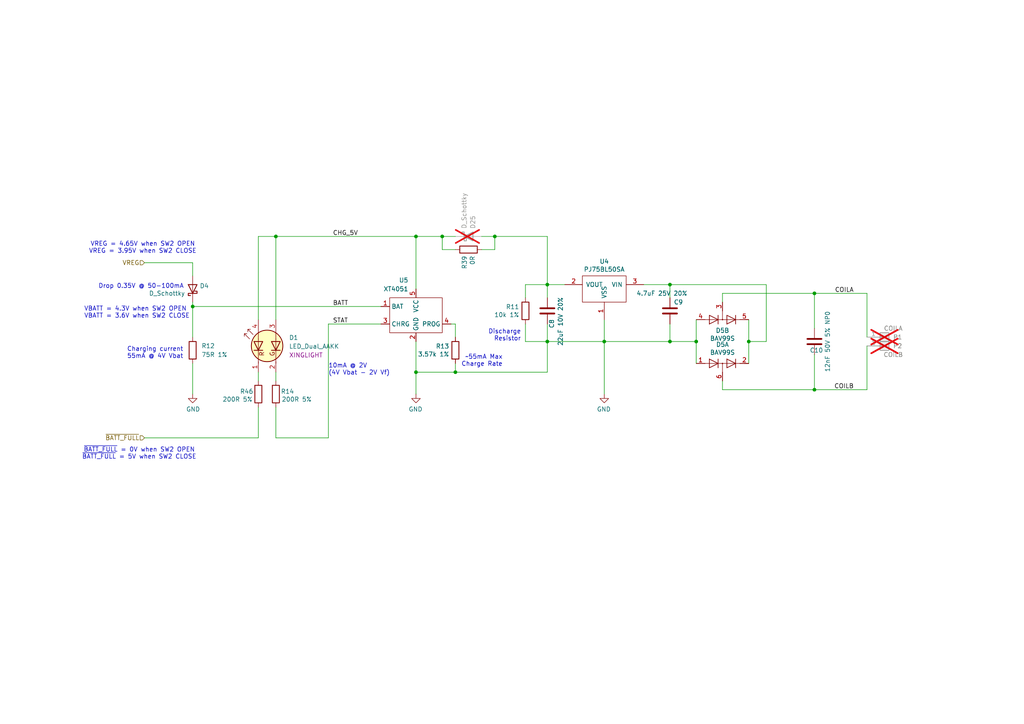
<source format=kicad_sch>
(kicad_sch (version 20250114) (generator "eeschema") (generator_version "9.0")
  (paper "A4")
  (lib_symbols
    (symbol "Connector_Generic:Conn_01x01" (pin_names (offset 1.016) (hide yes))
      (property "Reference" "J" (at 0 2.54 0))
      (property "Value" "Conn_01x01" (at 0 -2.54 0))
      (symbol "Conn_01x01_1_1"
        (rectangle (start -1.27 1.27) (end 1.27 -1.27) (stroke (width 0.254)) (fill (type background)))
        (rectangle (start -1.27 0.127) (end 0 -0.127) (stroke (width 0.1524)))
        (pin passive line (at -5.08 0 0) (length 3.81) (name "Pin_1") (number "1"))
      )
    )
    (symbol "Device:C" (pin_numbers (hide yes)) (pin_names (offset 0.254))
      (property "Reference" "C" (at 0.635 2.54 0))
      (property "Value" "C" (at 0.635 -2.54 0))
      (symbol "C_0_1"
        (polyline (pts (xy -2.032 0.762) (xy 2.032 0.762)) (stroke (width 0.508)))
        (polyline (pts (xy -2.032 -0.762) (xy 2.032 -0.762)) (stroke (width 0.508)))
      )
      (symbol "C_1_1"
        (pin passive line (at 0 3.81 270) (length 2.794) (name "~") (number "1"))
        (pin passive line (at 0 -3.81 90) (length 2.794) (name "~") (number "2"))
      )
    )
    (symbol "Device:D_Schottky" (pin_numbers (hide yes)) (pin_names (offset 1.016) (hide yes))
      (property "Reference" "D" (at 0 2.54 0))
      (property "Value" "D_Schottky" (at 0 -2.54 0))
      (symbol "D_Schottky_0_1"
        (polyline (pts (xy -1.905 0.635) (xy -1.905 1.27) (xy -1.27 1.27) (xy -1.27 -1.27) (xy -0.635 -1.27) (xy -0.635 -0.635)) (stroke (width 0.254)))
        (polyline (pts (xy 1.27 1.27) (xy 1.27 -1.27) (xy -1.27 0) (xy 1.27 1.27)) (stroke (width 0.254)))
        (polyline (pts (xy 1.27 0) (xy -1.27 0)))
      )
      (symbol "D_Schottky_1_1"
        (pin passive line (at -3.81 0 0) (length 2.54) (name "K") (number "1"))
        (pin passive line (at 3.81 0 180) (length 2.54) (name "A") (number "2"))
      )
    )
    (symbol "Device:R" (pin_numbers (hide yes)) (pin_names (offset 0))
      (property "Reference" "R" (at 2.032 0 90))
      (property "Value" "R" (at 0 0 90))
      (symbol "R_0_1"
        (rectangle (start -1.016 -2.54) (end 1.016 2.54) (stroke (width 0.254)))
      )
      (symbol "R_1_1"
        (pin passive line (at 0 3.81 270) (length 1.27) (name "~") (number "1"))
        (pin passive line (at 0 -3.81 90) (length 1.27) (name "~") (number "2"))
      )
    )
    (symbol "Pixels-dice:BAV99S-diode" (pin_names (offset 0.0254) (hide yes))
      (property "Reference" "D" (at 0 2.54 0))
      (property "Value" "BAV99S-diode" (at 0 5.08 0))
      (symbol "BAV99S-diode_0_1"
        (polyline (pts (xy -5.08 0) (xy 5.08 0)))
        (polyline (pts (xy -3.81 1.27) (xy -1.27 0) (xy -3.81 -1.27) (xy -3.81 1.27) (xy -3.81 1.27) (xy -3.81 1.27)) (stroke (width 0.2032)))
        (polyline (pts (xy -1.27 -1.27) (xy -1.27 1.27) (xy -1.27 1.27)) (stroke (width 0.2032)))
        (polyline (pts (xy 0 0) (xy 0 -2.54)))
        (circle (center 0 0) (radius 0.127))
        (polyline (pts (xy 1.27 1.27) (xy 3.81 0) (xy 1.27 -1.27) (xy 1.27 1.27) (xy 1.27 1.27) (xy 1.27 1.27)) (stroke (width 0.2032)))
        (polyline (pts (xy 3.81 1.27) (xy 3.81 -1.27) (xy 3.81 -1.27)) (stroke (width 0.2032)))
      )
      (symbol "BAV99S-diode_1_1"
        (polyline (pts (xy 6.35 0) (xy 7.62 0)))
        (pin passive line (at -7.62 0 0) (length 2.54) (name "A1") (number "1"))
        (pin passive line (at 0 -5.08 90) (length 2.54) (name "K3A4") (number "6"))
        (pin passive line (at 7.62 0 180) (length 2.54) (name "K2") (number "2"))
      )
      (symbol "BAV99S-diode_2_1"
        (polyline (pts (xy 6.35 0) (xy 7.62 0)))
        (pin passive line (at -7.62 0 0) (length 2.54) (name "A3") (number "4"))
        (pin passive line (at 0 -5.08 90) (length 2.54) (name "K1A2") (number "3"))
        (pin passive line (at 7.62 0 180) (length 2.54) (name "K4") (number "5"))
      )
    )
    (symbol "Pixels-dice:HX6306P502MR" (pin_names (offset 1.016))
      (property "Reference" "U" (at 3.81 -6.35 0))
      (property "Value" "HX6306P502MR" (at 0 3.81 0))
      (symbol "HX6306P502MR_0_1"
        (rectangle (start -6.35 2.54) (end 6.35 -5.08))
      )
      (symbol "HX6306P502MR_1_1"
        (pin power_in line (at -11.43 0 0) (length 5.08) (name "VIN") (number "3"))
        (pin power_in line (at 0 -10.16 90) (length 5.08) (name "VSS") (number "1"))
        (pin power_out line (at 11.43 0 180) (length 5.08) (name "VOUT") (number "2"))
      )
    )
    (symbol "Pixels-dice:LED_Dual_AAKK" (pin_names (offset 0) (hide yes))
      (property "Reference" "D" (at 0 5.715 0))
      (property "Value" "LED_Dual_AAKK" (at 0 -6.35 0))
      (symbol "LED_Dual_AAKK_0_1"
        (polyline (pts (xy -5.08 2.54) (xy 2.032 2.54)))
        (polyline (pts (xy -5.08 -2.54) (xy 2.032 -2.54)))
        (polyline (pts (xy -1.27 3.81) (xy -1.27 1.27)) (stroke (width 0.254)))
        (polyline (pts (xy -1.27 -1.27) (xy -1.27 -3.81)) (stroke (width 0.254)))
        (circle (center 0 0) (radius 4.572) (stroke (width 0.254)) (fill (type background)))
        (polyline (pts (xy 1.27 3.81) (xy 1.27 1.27) (xy -1.27 2.54) (xy 1.27 3.81)) (stroke (width 0.254)))
        (polyline (pts (xy 1.27 -1.27) (xy 1.27 -3.81) (xy -1.27 -2.54) (xy 1.27 -1.27)) (stroke (width 0.254)))
        (polyline (pts (xy 2.032 5.08) (xy 3.556 6.604) (xy 2.794 6.604) (xy 3.556 6.604) (xy 3.556 5.842)))
        (polyline (pts (xy 3.302 4.064) (xy 4.826 5.588) (xy 4.064 5.588) (xy 4.826 5.588) (xy 4.826 4.826)))
        (polyline (pts (xy 3.81 2.54) (xy 1.905 2.54)))
        (polyline (pts (xy 3.81 -2.54) (xy 1.905 -2.54)))
      )
      (symbol "LED_Dual_AAKK_1_1"
        (text "R" (at -2.286 1.524 0) (effects (font (size 1.27 1.27))))
        (text "G" (at -2.286 -1.524 0) (effects (font (size 1.27 1.27))))
        (pin input line (at -7.62 2.54 0) (length 3.048) (name "K1") (number "1"))
        (pin input line (at -7.62 -2.54 0) (length 3.048) (name "K2") (number "2"))
        (pin input line (at 7.62 2.54 180) (length 3.81) (name "A1") (number "4"))
        (pin input line (at 7.62 -2.54 180) (length 3.81) (name "A2") (number "3"))
      )
    )
    (symbol "Pixels-dice:XT4051"
      (property "Reference" "U" (at 5.334 -6.35 0))
      (property "Value" "XT4051" (at 0 1.27 0))
      (symbol "XT4051_0_1"
        (rectangle (start -7.62 5.08) (end 7.62 -5.08))
      )
      (symbol "XT4051_1_1"
        (pin input line (at -10.16 -2.54 0) (length 2.54) (name "PROG") (number "4"))
        (pin power_in line (at 0 7.62 270) (length 2.54) (name "VCC") (number "5"))
        (pin power_in line (at 0 -7.62 90) (length 2.54) (name "GND") (number "2"))
        (pin power_out line (at 10.16 2.54 180) (length 2.54) (name "BAT") (number "1"))
        (pin output line (at 10.16 -2.54 180) (length 2.54) (name "CHRG") (number "3"))
      )
    )
    (symbol "power:GND" (power) (pin_names (offset 0))
      (property "Value" "GND" (at 0 -3.81 0))
      (symbol "GND_0_1"
        (polyline (pts (xy 0 0) (xy 0 -1.27) (xy 1.27 -1.27) (xy 0 -2.54) (xy -1.27 -1.27) (xy 0 -1.27)))
      )
      (symbol "GND_1_1"
        (pin power_in line (at 0 0 270) (length 0) (hide yes) (name "GND") (number "1"))
      )
    )
  )
  (text "10mA @ 2V\n(4V Vbat - 2V Vf)" (at 95.25 108.966 0) (effects (font (size 1.27 1.27)) (justify left bottom)))
  (text "~{BATT_FULL} = 0V when SW2 OPEN\n~{BATT_FULL} = 5V when SW2 CLOSE" (at 40.386 131.572 0) (effects (font (size 1.27 1.27))))
  (text "Discharge\nResistor" (at 151.13 99.06 0) (effects (font (size 1.27 1.27)) (justify right bottom)))
  (text "VBATT = 4.3V when SW2 OPEN\nVBATT = 3.6V when SW2 CLOSE" (at 24.384 92.456 0) (effects (font (size 1.27 1.27)) (justify left bottom)))
  (text "VREG = 4.65V when SW2 OPEN\nVREG = 3.95V when SW2 CLOSE" (at 41.402 71.882 0) (effects (font (size 1.27 1.27))))
  (text "~55mA Max\nCharge Rate" (at 145.796 106.426 0) (effects (font (size 1.27 1.27)) (justify right bottom)))
  (text "Charging current\n55mA @ 4V Vbat" (at 36.83 104.14 0) (effects (font (size 1.27 1.27)) (justify left bottom)))
  (text "Drop 0.35V @ 50-100mA" (at 53.34 83.82 0) (effects (font (size 1.27 1.27)) (justify right bottom)))
  (junction (at 143.51 68.58))
  (junction (at 217.17 99.06))
  (junction (at 128.27 68.58))
  (junction (at 236.22 85.09))
  (junction (at 120.65 107.95))
  (junction (at 158.75 82.55))
  (junction (at 132.08 107.95))
  (junction (at 236.22 113.03))
  (junction (at 120.65 68.58))
  (junction (at 80.01 68.58))
  (junction (at 55.88 88.9))
  (junction (at 194.31 82.55))
  (junction (at 158.75 99.06))
  (junction (at 175.26 99.06))
  (junction (at 194.31 99.06))
  (junction (at 201.93 99.06))
  (wire (pts (xy 236.22 113.03) (xy 209.55 113.03)))
  (wire (pts (xy 251.46 85.09) (xy 251.46 97.79)))
  (wire (pts (xy 152.4 82.55) (xy 158.75 82.55)))
  (wire (pts (xy 55.88 80.01) (xy 55.88 76.2)))
  (wire (pts (xy 201.93 99.06) (xy 201.93 105.41)))
  (wire (pts (xy 217.17 99.06) (xy 222.25 99.06)))
  (wire (pts (xy 80.01 68.58) (xy 120.65 68.58)))
  (wire (pts (xy 152.4 99.06) (xy 158.75 99.06)))
  (wire (pts (xy 132.08 68.58) (xy 128.27 68.58)))
  (wire (pts (xy 251.46 85.09) (xy 236.22 85.09)))
  (wire (pts (xy 41.91 127) (xy 74.93 127)))
  (wire (pts (xy 158.75 99.06) (xy 158.75 93.98)))
  (wire (pts (xy 128.27 68.58) (xy 120.65 68.58)))
  (wire (pts (xy 120.65 68.58) (xy 120.65 83.82)))
  (wire (pts (xy 55.88 87.63) (xy 55.88 88.9)))
  (wire (pts (xy 175.26 99.06) (xy 175.26 114.3)))
  (wire (pts (xy 194.31 99.06) (xy 201.93 99.06)))
  (wire (pts (xy 143.51 72.39) (xy 143.51 68.58)))
  (wire (pts (xy 152.4 93.98) (xy 152.4 99.06)))
  (wire (pts (xy 194.31 82.55) (xy 194.31 86.36)))
  (wire (pts (xy 194.31 99.06) (xy 175.26 99.06)))
  (wire (pts (xy 143.51 68.58) (xy 139.7 68.58)))
  (wire (pts (xy 74.93 127) (xy 74.93 118.11)))
  (wire (pts (xy 175.26 99.06) (xy 158.75 99.06)))
  (wire (pts (xy 80.01 68.58) (xy 74.93 68.58)))
  (wire (pts (xy 74.93 107.95) (xy 74.93 110.49)))
  (wire (pts (xy 236.22 95.25) (xy 236.22 85.09)))
  (wire (pts (xy 55.88 105.41) (xy 55.88 114.3)))
  (wire (pts (xy 55.88 88.9) (xy 110.49 88.9)))
  (wire (pts (xy 236.22 102.87) (xy 236.22 113.03)))
  (wire (pts (xy 194.31 82.55) (xy 222.25 82.55)))
  (wire (pts (xy 158.75 68.58) (xy 143.51 68.58)))
  (wire (pts (xy 128.27 72.39) (xy 128.27 68.58)))
  (wire (pts (xy 222.25 99.06) (xy 222.25 82.55)))
  (wire (pts (xy 132.08 107.95) (xy 120.65 107.95)))
  (wire (pts (xy 194.31 93.98) (xy 194.31 99.06)))
  (wire (pts (xy 251.46 113.03) (xy 236.22 113.03)))
  (wire (pts (xy 80.01 107.95) (xy 80.01 110.49)))
  (wire (pts (xy 74.93 68.58) (xy 74.93 92.71)))
  (wire (pts (xy 95.25 93.98) (xy 110.49 93.98)))
  (wire (pts (xy 163.83 82.55) (xy 158.75 82.55)))
  (wire (pts (xy 120.65 99.06) (xy 120.65 107.95)))
  (wire (pts (xy 251.46 113.03) (xy 251.46 100.33)))
  (wire (pts (xy 158.75 107.95) (xy 132.08 107.95)))
  (wire (pts (xy 217.17 92.71) (xy 217.17 99.06)))
  (wire (pts (xy 132.08 105.41) (xy 132.08 107.95)))
  (wire (pts (xy 175.26 92.71) (xy 175.26 99.06)))
  (wire (pts (xy 120.65 107.95) (xy 120.65 114.3)))
  (wire (pts (xy 152.4 82.55) (xy 152.4 86.36)))
  (wire (pts (xy 80.01 68.58) (xy 80.01 92.71)))
  (wire (pts (xy 217.17 99.06) (xy 217.17 105.41)))
  (wire (pts (xy 41.91 76.2) (xy 55.88 76.2)))
  (wire (pts (xy 95.25 93.98) (xy 95.25 127)))
  (wire (pts (xy 158.75 82.55) (xy 158.75 68.58)))
  (wire (pts (xy 209.55 87.63) (xy 209.55 85.09)))
  (wire (pts (xy 236.22 85.09) (xy 209.55 85.09)))
  (wire (pts (xy 158.75 82.55) (xy 158.75 86.36)))
  (wire (pts (xy 209.55 110.49) (xy 209.55 113.03)))
  (wire (pts (xy 80.01 127) (xy 80.01 118.11)))
  (wire (pts (xy 55.88 88.9) (xy 55.88 97.79)))
  (wire (pts (xy 158.75 99.06) (xy 158.75 107.95)))
  (wire (pts (xy 130.81 93.98) (xy 132.08 93.98)))
  (wire (pts (xy 132.08 72.39) (xy 128.27 72.39)))
  (wire (pts (xy 201.93 92.71) (xy 201.93 99.06)))
  (wire (pts (xy 95.25 127) (xy 80.01 127)))
  (wire (pts (xy 139.7 72.39) (xy 143.51 72.39)))
  (wire (pts (xy 194.31 82.55) (xy 186.69 82.55)))
  (wire (pts (xy 132.08 93.98) (xy 132.08 97.79)))
  (label "BATT" (at 96.52 88.9 0))
  (label "STAT" (at 96.52 93.98 0))
  (label "COILA" (at 247.65 85.09 180))
  (label "COILB" (at 247.65 113.03 180))
  (label "CHG_5V" (at 96.52 68.58 0))
  (hierarchical_label "VREG" (shape input) (at 41.91 76.2 180))
  (hierarchical_label "~{BATT_FULL}" (shape input) (at 41.91 127 180))
  (symbol (lib_id "Device:R") (at 132.08 101.6 0) (mirror y) (unit 1)
    (property "Reference" "R13" (at 130.302 100.4316 0) (effects (justify left)))
    (property "Value" "3.57k 1%" (at 130.302 102.743 0) (effects (justify left)))
    (property "Footprint" "Resistor_SMD:R_0402_1005Metric" (effects (hide yes)))
    (property "Generic OK" "YES" (effects (hide yes)))
    (property "Manufacturer" "UNI-ROYAL(Uniroyal Elec)" (effects (hide yes)))
    (property "Part Number" "0402WGF3571TCE" (effects (hide yes)))
    (instances (project "main" (path "" (reference "R13") (unit 1)) (path "" (reference "R17") (unit 1)) (path "" (reference "R25") (unit 1)) (path "" (reference "R37") (unit 1)) (path "" (reference "R21") (unit 1)) (path "" (reference "R29") (unit 1)) (path "" (reference "R33") (unit 1))))
  )
  (symbol (lib_id "Device:R") (at 74.93 114.3 180) (unit 1)
    (property "Reference" "R46" (at 69.596 113.538 0) (effects (justify right)))
    (property "Value" "200R 5%" (at 64.516 115.824 0) (effects (justify right)))
    (property "Footprint" "Resistor_SMD:R_0402_1005Metric" (effects (hide yes)))
    (property "Part Number" "0402WGF2000TCE" (effects (hide yes)))
    (property "Manufacturer" "UNI-ROYAL(Uniroyal Elec)" (effects (hide yes)))
    (property "LCSC Part #" "C25087" (effects (hide yes)))
    (instances (project "main" (path "" (reference "R46") (unit 1)) (path "" (reference "R47") (unit 1)) (path "" (reference "R49") (unit 1)) (path "" (reference "R52") (unit 1)) (path "" (reference "R48") (unit 1)) (path "" (reference "R50") (unit 1)) (path "" (reference "R51") (unit 1))))
  )
  (symbol (lib_id "Device:R") (at 55.88 101.6 0) (unit 1)
    (property "Reference" "R12" (at 58.42 100.3299 0) (effects (justify left)))
    (property "Value" "75R 1%" (at 58.42 102.8699 0) (effects (justify left)))
    (property "Footprint" "Resistor_SMD:R_1210_3225Metric" (effects (hide yes)))
    (property "LCSC Part Number" "C728413" (effects (hide yes)))
    (property "Manufacturer" "YAGEO" (effects (hide yes)))
    (property "Part Number" "RC1210JR-0782RL" (effects (hide yes)))
    (instances (project "main" (path "" (reference "R12") (unit 1)) (path "" (reference "R16") (unit 1)) (path "" (reference "R24") (unit 1)) (path "" (reference "R36") (unit 1)) (path "" (reference "R20") (unit 1)) (path "" (reference "R28") (unit 1)) (path "" (reference "R32") (unit 1))))
  )
  (symbol (lib_id "Device:C") (at 236.22 99.06 0) (mirror y) (unit 1)
    (property "Reference" "C10" (at 238.76 101.6 0) (effects (justify left)))
    (property "Value" "12nF 50V 5% NP0" (at 240.03 107.95 90) (effects (justify left)))
    (property "Footprint" "Capacitor_SMD:C_0805_2012Metric" (effects (hide yes)))
    (property "Generic OK" "NO" (effects (hide yes)))
    (property "Pixels Part Number" "SMD-C011" (effects (hide yes)))
    (property "Manufacturer" "Murata" (effects (hide yes)))
    (property "Part Number" "GRM2195C1H123JA01D" (effects (hide yes)))
    (instances (project "main" (path "" (reference "C10") (unit 1)) (path "" (reference "C13") (unit 1)) (path "" (reference "C19") (unit 1)) (path "" (reference "C28") (unit 1)) (path "" (reference "C16") (unit 1)) (path "" (reference "C22") (unit 1)) (path "" (reference "C25") (unit 1))))
  )
  (symbol (lib_id "Connector_Generic:Conn_01x01") (at 256.54 100.33 0) (mirror x) (unit 1) (dnp yes)
    (property "Reference" "P2" (at 260.35 100.33 0))
    (property "Value" "COILB" (at 259.08 102.87 0))
    (property "Footprint" "TestPoint:TestPoint_THTPad_D1.5mm_Drill0.7mm" (effects (hide yes)))
    (property "Generic OK" "N/A" (effects (hide yes)))
    (instances (project "main" (path "" (reference "P2") (unit 1)) (path "" (reference "P4") (unit 1)) (path "" (reference "P8") (unit 1)) (path "" (reference "P14") (unit 1)) (path "" (reference "P6") (unit 1)) (path "" (reference "P10") (unit 1)) (path "" (reference "P12") (unit 1))))
  )
  (symbol (lib_id "Device:D_Schottky") (at 55.88 83.82 90) (unit 1)
    (property "Reference" "D4" (at 57.912 82.9254 90) (effects (justify right)))
    (property "Value" "D_Schottky" (at 43.18 85.09 90) (effects (justify right)))
    (property "Footprint" "Diode_SMD:D_SOD-523" (effects (hide yes)))
    (property "LCSC Part Number" "C145179" (effects (hide yes)))
    (property "Manufacturer" "onsemi" (effects (hide yes)))
    (property "Part Number" "RB521S30T1G" (effects (hide yes)))
    (instances (project "main" (path "" (reference "D4") (unit 1)) (path "" (reference "D7") (unit 1)) (path "" (reference "D13") (unit 1)) (path "" (reference "D22") (unit 1)) (path "" (reference "D10") (unit 1)) (path "" (reference "D16") (unit 1)) (path "" (reference "D19") (unit 1))))
  )
  (symbol (lib_id "Device:C") (at 194.31 90.17 0) (mirror y) (unit 1)
    (property "Reference" "C9" (at 198.12 87.63 0) (effects (justify left)))
    (property "Value" "4.7uF 25V 20%" (at 199.39 85.09 0) (effects (justify left)))
    (property "Footprint" "Capacitor_SMD:C_0402_1005Metric" (effects (hide yes)))
    (property "Generic OK" "YES" (effects (hide yes)))
    (property "Manufacturer" "HRE" (effects (hide yes)))
    (property "Part Number" "CGA0402X5R475M250GT" (effects (hide yes)))
    (property "LCSC Part #" "C6119795" (effects (hide yes)))
    (instances (project "main" (path "" (reference "C9") (unit 1)) (path "" (reference "C12") (unit 1)) (path "" (reference "C18") (unit 1)) (path "" (reference "C27") (unit 1)) (path "" (reference "C15") (unit 1)) (path "" (reference "C21") (unit 1)) (path "" (reference "C24") (unit 1))))
  )
  (symbol (lib_id "power:GND") (at 55.88 114.3 0) (unit 1)
    (property "Reference" "#PWR020" (effects (hide yes)))
    (property "Value" "GND" (at 56.007 118.6942 0))
    (instances (project "main" (path "" (reference "#PWR020") (unit 1)) (path "" (reference "#PWR023") (unit 1)) (path "" (reference "#PWR029") (unit 1)) (path "" (reference "#PWR038") (unit 1)) (path "" (reference "#PWR026") (unit 1)) (path "" (reference "#PWR032") (unit 1)) (path "" (reference "#PWR035") (unit 1))) (project "Main" (path "" (reference "#PWR052") (unit 1))))
  )
  (symbol (lib_id "Device:R") (at 135.89 72.39 90) (mirror x) (unit 1)
    (property "Reference" "R39" (at 134.7216 74.168 0) (effects (justify left)))
    (property "Value" "0R" (at 137.033 74.168 0) (effects (justify left)))
    (property "Footprint" "Resistor_SMD:R_0402_1005Metric" (effects (hide yes)))
    (property "Generic OK" "YES" (effects (hide yes)))
    (property "Manufacturer" "UNI-ROYAL(Uniroyal Elec)" (effects (hide yes)))
    (property "Part Number" "0402WGF0000TCE" (effects (hide yes)))
    (instances (project "main" (path "" (reference "R39") (unit 1)) (path "" (reference "R40") (unit 1)) (path "" (reference "R42") (unit 1)) (path "" (reference "R45") (unit 1)) (path "" (reference "R41") (unit 1)) (path "" (reference "R43") (unit 1)) (path "" (reference "R44") (unit 1))))
  )
  (symbol (lib_id "power:GND") (at 175.26 114.3 0) (mirror y) (unit 1)
    (property "Reference" "#PWR022" (effects (hide yes)))
    (property "Value" "GND" (at 175.133 118.6942 0))
    (instances (project "main" (path "" (reference "#PWR022") (unit 1)) (path "" (reference "#PWR025") (unit 1)) (path "" (reference "#PWR031") (unit 1)) (path "" (reference "#PWR040") (unit 1)) (path "" (reference "#PWR028") (unit 1)) (path "" (reference "#PWR034") (unit 1)) (path "" (reference "#PWR037") (unit 1))))
  )
  (symbol (lib_id "Device:R") (at 80.01 114.3 0) (mirror x) (unit 1)
    (property "Reference" "R14" (at 85.344 113.538 0) (effects (justify right)))
    (property "Value" "200R 5%" (at 90.424 115.824 0) (effects (justify right)))
    (property "Footprint" "Resistor_SMD:R_0402_1005Metric" (effects (hide yes)))
    (property "Part Number" "0402WGF2000TCE" (effects (hide yes)))
    (property "Manufacturer" "UNI-ROYAL(Uniroyal Elec)" (effects (hide yes)))
    (property "LCSC Part #" "C25087" (effects (hide yes)))
    (instances (project "main" (path "" (reference "R14") (unit 1)) (path "" (reference "R18") (unit 1)) (path "" (reference "R26") (unit 1)) (path "" (reference "R38") (unit 1)) (path "" (reference "R22") (unit 1)) (path "" (reference "R30") (unit 1)) (path "" (reference "R34") (unit 1))))
  )
  (symbol (lib_id "Device:C") (at 158.75 90.17 0) (unit 1)
    (property "Reference" "C8" (at 160.02 95.25 90) (effects (justify left)))
    (property "Value" "22uF 10V 20%" (at 162.56 100.33 90) (effects (justify left)))
    (property "Footprint" "Capacitor_SMD:C_0805_2012Metric" (effects (hide yes)))
    (property "Manufacturer" "Murata" (effects (hide yes)))
    (property "Manufacturer Part Number" "GRM21BR61A226ME51L" (effects (hide yes)))
    (property "Generic OK" "YES" (effects (hide yes)))
    (property "Part Number" "GRM21BR61A226ME51L" (effects (hide yes)))
    (instances (project "main" (path "" (reference "C8") (unit 1)) (path "" (reference "C11") (unit 1)) (path "" (reference "C17") (unit 1)) (path "" (reference "C26") (unit 1)) (path "" (reference "C14") (unit 1)) (path "" (reference "C20") (unit 1)) (path "" (reference "C23") (unit 1))))
  )
  (symbol (lib_id "Pixels-dice:XT4051") (at 120.65 91.44 0) (mirror y) (unit 1)
    (property "Reference" "U5" (at 118.4559 81.28 0) (effects (justify left)))
    (property "Value" "XT4051" (at 118.4559 83.82 0) (effects (justify left)))
    (property "Footprint" "Package_TO_SOT_SMD:SOT-553" (effects (hide yes)))
    (property "Manufacturer" "NATLINEAR" (effects (hide yes)))
    (property "Part Number" "XT4051K421KR-G" (effects (hide yes)))
    (property "LCSC Part #" "C219186" (effects (hide yes)))
    (instances (project "main" (path "" (reference "U5") (unit 1)) (path "" (reference "U7") (unit 1)) (path "" (reference "U11") (unit 1)) (path "" (reference "U17") (unit 1)) (path "" (reference "U9") (unit 1)) (path "" (reference "U13") (unit 1)) (path "" (reference "U15") (unit 1))))
  )
  (symbol (lib_id "Device:R") (at 152.4 90.17 0) (mirror y) (unit 1)
    (property "Reference" "R11" (at 150.622 89.0016 0) (effects (justify left)))
    (property "Value" "10k 1%" (at 150.622 91.313 0) (effects (justify left)))
    (property "Footprint" "Resistor_SMD:R_0402_1005Metric" (effects (hide yes)))
    (property "Generic OK" "YES" (effects (hide yes)))
    (property "Manufacturer" "UNI-ROYAL(Uniroyal Elec)" (effects (hide yes)))
    (property "Part Number" "0402WGF1002TCE" (effects (hide yes)))
    (property "LCSC Part #" "C473048" (effects (hide yes)))
    (instances (project "main" (path "" (reference "R11") (unit 1)) (path "" (reference "R15") (unit 1)) (path "" (reference "R23") (unit 1)) (path "" (reference "R35") (unit 1)) (path "" (reference "R19") (unit 1)) (path "" (reference "R27") (unit 1)) (path "" (reference "R31") (unit 1))))
  )
  (symbol (lib_id "Connector_Generic:Conn_01x01") (at 256.54 97.79 0) (mirror x) (unit 1) (dnp yes)
    (property "Reference" "P1" (at 260.35 97.79 0))
    (property "Value" "COILA" (at 259.08 95.25 0))
    (property "Footprint" "TestPoint:TestPoint_THTPad_D1.5mm_Drill0.7mm" (effects (hide yes)))
    (property "Generic OK" "N/A" (effects (hide yes)))
    (instances (project "main" (path "" (reference "P1") (unit 1)) (path "" (reference "P3") (unit 1)) (path "" (reference "P7") (unit 1)) (path "" (reference "P13") (unit 1)) (path "" (reference "P5") (unit 1)) (path "" (reference "P9") (unit 1)) (path "" (reference "P11") (unit 1))))
  )
  (symbol (lib_id "Pixels-dice:LED_Dual_AAKK") (at 77.47 100.33 90) (unit 1)
    (property "Reference" "D1" (at 83.82 97.9169 90) (effects (justify right)))
    (property "Value" "LED_Dual_AAKK" (at 83.82 100.4569 90) (effects (justify right)))
    (property "Footprint" "Pixels-dice:XL-1615SURUGC" (effects (hide yes)))
    (property "Description" "Dual LED, cathodes on pins 1 and 3" (effects (hide yes)))
    (property "Manufacturer" "XINGLIGHT" (at 83.82 102.9969 90) (effects (justify right)))
    (property "Part Number" "XL-1615SURUGC" (effects (hide yes)))
    (instances (project "main" (path "" (reference "D1") (unit 1)) (path "" (reference "D6") (unit 1)) (path "" (reference "D12") (unit 1)) (path "" (reference "D21") (unit 1)) (path "" (reference "D9") (unit 1)) (path "" (reference "D15") (unit 1)) (path "" (reference "D18") (unit 1))))
  )
  (symbol (lib_id "Pixels-dice:HX6306P502MR") (at 175.26 82.55 0) (mirror y) (unit 1)
    (property "Reference" "U4" (at 175.26 75.819 0))
    (property "Value" "PJ75BL50SA" (at 175.26 78.1304 0))
    (property "Footprint" "Pixels-dice:SOT-23" (effects (hide yes)))
    (property "Manufacturer" "PJSEMI" (effects (hide yes)))
    (property "Generic OK" "NO" (effects (hide yes)))
    (property "Part Number" "PJ75BL50SA" (effects (hide yes)))
    (instances (project "main" (path "" (reference "U4") (unit 1)) (path "" (reference "U6") (unit 1)) (path "" (reference "U10") (unit 1)) (path "" (reference "U16") (unit 1)) (path "" (reference "U8") (unit 1)) (path "" (reference "U12") (unit 1)) (path "" (reference "U14") (unit 1))))
  )
  (symbol (lib_id "Device:D_Schottky") (at 135.89 68.58 0) (unit 1) (in_bom no) (dnp yes)
    (property "Reference" "D25" (at 137.16 62.484 90) (effects (justify right)))
    (property "Value" "D_Schottky" (at 134.62 55.88 90) (effects (justify right)))
    (property "Footprint" "Diode_SMD:D_SOD-523" (effects (hide yes)))
    (property "LCSC Part Number" "C145179" (effects (hide yes)))
    (property "Manufacturer" "onsemi" (effects (hide yes)))
    (property "Part Number" "RB521S30T1G" (effects (hide yes)))
    (instances (project "main" (path "" (reference "D25") (unit 1)) (path "" (reference "D26") (unit 1)) (path "" (reference "D28") (unit 1)) (path "" (reference "D31") (unit 1)) (path "" (reference "D27") (unit 1)) (path "" (reference "D29") (unit 1)) (path "" (reference "D30") (unit 1))))
  )
  (symbol (lib_id "Pixels-dice:BAV99S-diode") (at 209.55 105.41 0) (unit 1)
    (property "Reference" "D5" (at 209.55 99.9236 0))
    (property "Value" "BAV99S" (at 209.55 102.235 0))
    (property "Footprint" "Pixels-dice:SOT-363_SC-70-6" (effects (hide yes)))
    (property "Datasheet" "https://assets.nexperia.com/documents/data-sheet/BAV99_SER.pdf" (effects (hide yes)))
    (property "Generic OK" "YES" (effects (hide yes)))
    (property "Manufacturer" "Nexperia" (effects (hide yes)))
    (property "Part Number" "BAV99S,115" (effects (hide yes)))
    (property "LCSC Part #" "C96225" (effects (hide yes)))
    (instances (project "main" (path "" (reference "D5") (unit 1)) (path "" (reference "D8") (unit 1)) (path "" (reference "D14") (unit 1)) (path "" (reference "D23") (unit 1)) (path "" (reference "D11") (unit 1)) (path "" (reference "D17") (unit 1)) (path "" (reference "D20") (unit 1))))
  )
  (symbol (lib_id "Pixels-dice:BAV99S-diode") (at 209.55 92.71 0) (mirror x) (unit 2)
    (property "Reference" "D5" (at 209.55 95.8596 0))
    (property "Value" "BAV99S" (at 209.55 98.171 0))
    (property "Footprint" "Pixels-dice:SOT-363_SC-70-6" (effects (hide yes)))
    (property "Datasheet" "https://assets.nexperia.com/documents/data-sheet/BAV99_SER.pdf" (effects (hide yes)))
    (property "Generic OK" "YES" (effects (hide yes)))
    (property "Manufacturer" "Nexperia" (effects (hide yes)))
    (property "Part Number" "BAV99S,115" (effects (hide yes)))
    (property "LCSC Part #" "C96225" (effects (hide yes)))
    (instances (project "main" (path "" (reference "D5") (unit 2)) (path "" (reference "D8") (unit 2)) (path "" (reference "D14") (unit 2)) (path "" (reference "D23") (unit 2)) (path "" (reference "D11") (unit 2)) (path "" (reference "D17") (unit 2)) (path "" (reference "D20") (unit 2))))
  )
  (symbol (lib_id "power:GND") (at 120.65 114.3 0) (mirror y) (unit 1)
    (property "Reference" "#PWR021" (effects (hide yes)))
    (property "Value" "GND" (at 120.523 118.6942 0))
    (instances (project "main" (path "" (reference "#PWR021") (unit 1)) (path "" (reference "#PWR024") (unit 1)) (path "" (reference "#PWR030") (unit 1)) (path "" (reference "#PWR039") (unit 1)) (path "" (reference "#PWR027") (unit 1)) (path "" (reference "#PWR033") (unit 1)) (path "" (reference "#PWR036") (unit 1))))
  )
)
</source>
